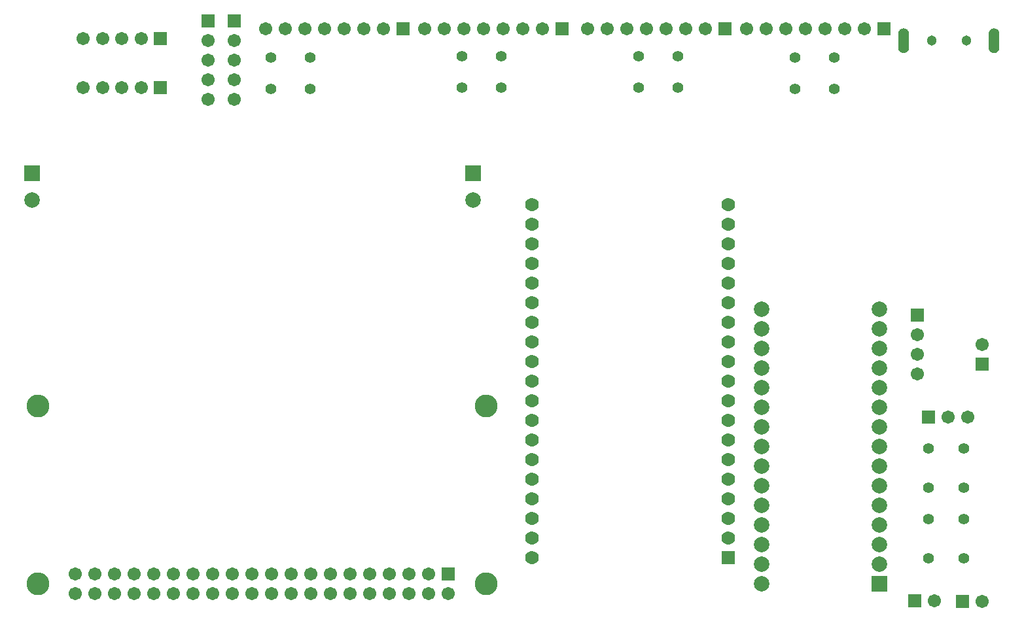
<source format=gbr>
%TF.GenerationSoftware,Altium Limited,Altium Designer,25.1.2 (22)*%
G04 Layer_Color=16711935*
%FSLAX45Y45*%
%MOMM*%
%TF.SameCoordinates,50AF8CB0-8788-4631-97D4-B92DF93AA5B5*%
%TF.FilePolarity,Negative*%
%TF.FileFunction,Soldermask,Bot*%
%TF.Part,Single*%
G01*
G75*
%TA.AperFunction,ComponentPad*%
%ADD64R,1.70320X1.70320*%
%ADD65C,1.70320*%
%ADD66C,1.40320*%
%ADD67R,1.70320X1.70320*%
%ADD68C,0.90320*%
%ADD69C,1.30320*%
%ADD70R,1.76320X1.76320*%
%ADD71C,1.76320*%
%ADD72C,2.00320*%
%ADD73R,2.00320X2.00320*%
%ADD74C,1.71120*%
%ADD75R,1.71120X1.71120*%
%ADD76C,2.95320*%
%ADD77R,2.00320X2.00320*%
G36*
X14244901Y12082900D02*
X14241299Y12083200D01*
X14237601Y12083700D01*
X14234000Y12084300D01*
X14230499Y12085200D01*
X14227000Y12086200D01*
X14223500Y12087400D01*
X14220100Y12088900D01*
X14216800Y12090400D01*
X14213600Y12092200D01*
X14210500Y12094100D01*
X14207500Y12096200D01*
X14204500Y12098400D01*
X14201801Y12100800D01*
X14199100Y12103300D01*
X14196600Y12106000D01*
X14194200Y12108700D01*
X14192000Y12111700D01*
X14189900Y12114700D01*
X14188000Y12117800D01*
X14186200Y12121000D01*
X14184700Y12124300D01*
X14183200Y12127700D01*
X14182001Y12131200D01*
X14181000Y12134700D01*
X14180099Y12138200D01*
X14179500Y12141800D01*
X14178999Y12145500D01*
X14178700Y12149100D01*
X14178600Y12152800D01*
Y12332800D01*
X14178700Y12336500D01*
X14178999Y12340100D01*
X14179500Y12343800D01*
X14180099Y12347400D01*
X14181000Y12350900D01*
X14182001Y12354400D01*
X14183200Y12357900D01*
X14184700Y12361300D01*
X14186200Y12364600D01*
X14188000Y12367800D01*
X14189900Y12370900D01*
X14192000Y12373900D01*
X14194200Y12376900D01*
X14196600Y12379600D01*
X14199100Y12382300D01*
X14201801Y12384800D01*
X14204500Y12387200D01*
X14207500Y12389400D01*
X14210500Y12391500D01*
X14213600Y12393400D01*
X14216800Y12395200D01*
X14220100Y12396700D01*
X14223500Y12398200D01*
X14227000Y12399400D01*
X14230499Y12400400D01*
X14234000Y12401300D01*
X14237601Y12401900D01*
X14241299Y12402400D01*
X14244901Y12402700D01*
X14248599Y12402800D01*
X14252299Y12402700D01*
X14255901Y12402400D01*
X14259599Y12401900D01*
X14263200Y12401300D01*
X14266701Y12400400D01*
X14270200Y12399400D01*
X14273700Y12398200D01*
X14277100Y12396700D01*
X14280400Y12395200D01*
X14283600Y12393400D01*
X14286700Y12391500D01*
X14289700Y12389400D01*
X14292700Y12387200D01*
X14295399Y12384800D01*
X14298100Y12382300D01*
X14300600Y12379600D01*
X14303000Y12376900D01*
X14305200Y12373900D01*
X14307300Y12370900D01*
X14309200Y12367800D01*
X14311000Y12364600D01*
X14312500Y12361300D01*
X14314000Y12357900D01*
X14315199Y12354400D01*
X14316200Y12350900D01*
X14317101Y12347400D01*
X14317700Y12343800D01*
X14318201Y12340100D01*
X14318500Y12336500D01*
X14318600Y12332800D01*
Y12152800D01*
X14318500Y12149100D01*
X14318201Y12145500D01*
X14317700Y12141800D01*
X14317101Y12138200D01*
X14316200Y12134700D01*
X14315199Y12131200D01*
X14314000Y12127700D01*
X14312500Y12124300D01*
X14311000Y12121000D01*
X14309200Y12117800D01*
X14307300Y12114700D01*
X14305200Y12111700D01*
X14303000Y12108700D01*
X14300600Y12106000D01*
X14298100Y12103300D01*
X14295399Y12100800D01*
X14292700Y12098400D01*
X14289700Y12096200D01*
X14286700Y12094100D01*
X14283600Y12092200D01*
X14280400Y12090400D01*
X14277100Y12088900D01*
X14273700Y12087400D01*
X14270200Y12086200D01*
X14266701Y12085200D01*
X14263200Y12084300D01*
X14259599Y12083700D01*
X14255901Y12083200D01*
X14252299Y12082900D01*
X14248599Y12082800D01*
X14244901Y12082900D01*
D02*
G37*
G36*
X15414900D02*
X15411301Y12083200D01*
X15407600Y12083700D01*
X15403999Y12084300D01*
X15400500Y12085200D01*
X15397000Y12086200D01*
X15393500Y12087400D01*
X15390100Y12088900D01*
X15386800Y12090400D01*
X15383600Y12092200D01*
X15380499Y12094100D01*
X15377499Y12096200D01*
X15374500Y12098400D01*
X15371800Y12100800D01*
X15369099Y12103300D01*
X15366600Y12106000D01*
X15364200Y12108700D01*
X15362000Y12111700D01*
X15359900Y12114700D01*
X15358000Y12117800D01*
X15356200Y12121000D01*
X15354700Y12124300D01*
X15353200Y12127700D01*
X15352000Y12131200D01*
X15350999Y12134700D01*
X15350101Y12138200D01*
X15349500Y12141800D01*
X15349001Y12145500D01*
X15348700Y12149100D01*
X15348599Y12152800D01*
Y12332800D01*
X15348700Y12336500D01*
X15349001Y12340100D01*
X15349500Y12343800D01*
X15350101Y12347400D01*
X15350999Y12350900D01*
X15352000Y12354400D01*
X15353200Y12357900D01*
X15354700Y12361300D01*
X15356200Y12364600D01*
X15358000Y12367800D01*
X15359900Y12370900D01*
X15362000Y12373900D01*
X15364200Y12376900D01*
X15366600Y12379600D01*
X15369099Y12382300D01*
X15371800Y12384800D01*
X15374500Y12387200D01*
X15377499Y12389400D01*
X15380499Y12391500D01*
X15383600Y12393400D01*
X15386800Y12395200D01*
X15390100Y12396700D01*
X15393500Y12398200D01*
X15397000Y12399400D01*
X15400500Y12400400D01*
X15403999Y12401300D01*
X15407600Y12401900D01*
X15411301Y12402400D01*
X15414900Y12402700D01*
X15418600Y12402800D01*
X15422301Y12402700D01*
X15425900Y12402400D01*
X15429601Y12401900D01*
X15433200Y12401300D01*
X15436700Y12400400D01*
X15440199Y12399400D01*
X15443700Y12398200D01*
X15447099Y12396700D01*
X15450400Y12395200D01*
X15453600Y12393400D01*
X15456700Y12391500D01*
X15459700Y12389400D01*
X15462700Y12387200D01*
X15465401Y12384800D01*
X15468100Y12382300D01*
X15470599Y12379600D01*
X15473000Y12376900D01*
X15475200Y12373900D01*
X15477299Y12370900D01*
X15479201Y12367800D01*
X15481000Y12364600D01*
X15482500Y12361300D01*
X15484000Y12357900D01*
X15485201Y12354400D01*
X15486200Y12350900D01*
X15487100Y12347400D01*
X15487700Y12343800D01*
X15488200Y12340100D01*
X15488499Y12336500D01*
X15488600Y12332800D01*
Y12152800D01*
X15488499Y12149100D01*
X15488200Y12145500D01*
X15487700Y12141800D01*
X15487100Y12138200D01*
X15486200Y12134700D01*
X15485201Y12131200D01*
X15484000Y12127700D01*
X15482500Y12124300D01*
X15481000Y12121000D01*
X15479201Y12117800D01*
X15477299Y12114700D01*
X15475200Y12111700D01*
X15473000Y12108700D01*
X15470599Y12106000D01*
X15468100Y12103300D01*
X15465401Y12100800D01*
X15462700Y12098400D01*
X15459700Y12096200D01*
X15456700Y12094100D01*
X15453600Y12092200D01*
X15450400Y12090400D01*
X15447099Y12088900D01*
X15443700Y12087400D01*
X15440199Y12086200D01*
X15436700Y12085200D01*
X15433200Y12084300D01*
X15429601Y12083700D01*
X15425900Y12083200D01*
X15422301Y12082900D01*
X15418600Y12082800D01*
X15414900Y12082900D01*
D02*
G37*
D64*
X15265401Y8051800D02*
D03*
X5588000Y12496800D02*
D03*
X5245100D02*
D03*
X14427200Y8686800D02*
D03*
D65*
X15265401Y8305800D02*
D03*
X5588000Y11480800D02*
D03*
Y11734800D02*
D03*
Y11988800D02*
D03*
Y12242800D02*
D03*
X5245100Y11480800D02*
D03*
Y11734800D02*
D03*
Y11988800D02*
D03*
Y12242800D02*
D03*
X14643100Y4991100D02*
D03*
X15265401Y4978400D02*
D03*
X13741400Y12395200D02*
D03*
X13487399D02*
D03*
X13233400D02*
D03*
X12979401D02*
D03*
X12725400D02*
D03*
X12471400D02*
D03*
X12217400D02*
D03*
X11684000D02*
D03*
X11430000D02*
D03*
X11176000D02*
D03*
X10922000D02*
D03*
X10668000D02*
D03*
X10414000D02*
D03*
X10160000D02*
D03*
X9575800D02*
D03*
X9321800D02*
D03*
X9067800D02*
D03*
X8813800D02*
D03*
X8559800D02*
D03*
X8305800D02*
D03*
X8051800D02*
D03*
X7518400D02*
D03*
X7264400D02*
D03*
X7010400D02*
D03*
X6756400D02*
D03*
X6502400D02*
D03*
X6248400D02*
D03*
X5994400D02*
D03*
X14820900Y7366000D02*
D03*
X15074899D02*
D03*
X14427200Y8432800D02*
D03*
Y8178800D02*
D03*
Y7924800D02*
D03*
D66*
X13347701Y12026900D02*
D03*
X12839700D02*
D03*
Y11620500D02*
D03*
X13347701D02*
D03*
X6057900Y12026900D02*
D03*
X6565900D02*
D03*
X6057900Y11620500D02*
D03*
X6565900D02*
D03*
X10820400Y12039600D02*
D03*
X11328400D02*
D03*
X10820400Y11633200D02*
D03*
X11328400D02*
D03*
X14566901Y5537200D02*
D03*
Y6045200D02*
D03*
Y6451600D02*
D03*
Y6959600D02*
D03*
X15024100Y5537200D02*
D03*
Y6045200D02*
D03*
Y6451600D02*
D03*
Y6959600D02*
D03*
X8534400Y12039600D02*
D03*
X9042400D02*
D03*
X8534400Y11633200D02*
D03*
X9042400D02*
D03*
D67*
X14389101Y4991100D02*
D03*
X15011400Y4978400D02*
D03*
X13995399Y12395200D02*
D03*
X11938000D02*
D03*
X9829800D02*
D03*
X7772400D02*
D03*
X14566901Y7366000D02*
D03*
D68*
X14248599Y12242800D02*
D03*
X15418600D02*
D03*
D69*
X14608600D02*
D03*
X15058600D02*
D03*
D70*
X11976100Y5549900D02*
D03*
D71*
Y5803900D02*
D03*
Y10121900D02*
D03*
Y6057900D02*
D03*
Y6311900D02*
D03*
Y6565900D02*
D03*
Y6819900D02*
D03*
Y7073900D02*
D03*
Y7327900D02*
D03*
Y7581900D02*
D03*
Y7835900D02*
D03*
Y8089900D02*
D03*
Y8343900D02*
D03*
Y8597900D02*
D03*
Y8851900D02*
D03*
Y9105900D02*
D03*
Y9359900D02*
D03*
Y9613900D02*
D03*
Y9867900D02*
D03*
X9436100Y5549900D02*
D03*
Y5803900D02*
D03*
Y6057900D02*
D03*
Y6311900D02*
D03*
Y6565900D02*
D03*
Y6819900D02*
D03*
Y7073900D02*
D03*
Y7327900D02*
D03*
Y7581900D02*
D03*
Y7835900D02*
D03*
Y8089900D02*
D03*
Y8343900D02*
D03*
Y8597900D02*
D03*
Y8851900D02*
D03*
Y9105900D02*
D03*
Y9359900D02*
D03*
Y9613900D02*
D03*
Y9867900D02*
D03*
Y10121900D02*
D03*
D72*
X12407900Y5207000D02*
D03*
Y5461000D02*
D03*
Y5715000D02*
D03*
Y5969000D02*
D03*
Y6223000D02*
D03*
Y6477000D02*
D03*
Y6731000D02*
D03*
Y6985000D02*
D03*
Y7239000D02*
D03*
Y7493000D02*
D03*
Y7747000D02*
D03*
Y8001000D02*
D03*
Y8255000D02*
D03*
Y8509000D02*
D03*
Y8763000D02*
D03*
X13931900D02*
D03*
Y8509000D02*
D03*
Y8255000D02*
D03*
Y8001000D02*
D03*
Y7747000D02*
D03*
Y7493000D02*
D03*
Y7239000D02*
D03*
Y6985000D02*
D03*
Y6731000D02*
D03*
Y6477000D02*
D03*
Y6223000D02*
D03*
Y5969000D02*
D03*
Y5715000D02*
D03*
Y5461000D02*
D03*
X8674100Y10178300D02*
D03*
X2971800D02*
D03*
D73*
X13931900Y5207000D02*
D03*
D74*
X4131500Y12266300D02*
D03*
X3881500D02*
D03*
X4381500D02*
D03*
X3631500D02*
D03*
X4131500Y11633200D02*
D03*
X3881500D02*
D03*
X4381500D02*
D03*
X3631500D02*
D03*
X3530600Y5085700D02*
D03*
Y5339700D02*
D03*
X3784600Y5085700D02*
D03*
Y5339700D02*
D03*
X4038600Y5085700D02*
D03*
Y5339700D02*
D03*
X4292600Y5085700D02*
D03*
Y5339700D02*
D03*
X4546600Y5085700D02*
D03*
Y5339700D02*
D03*
X4800600Y5085700D02*
D03*
Y5339700D02*
D03*
X5054600Y5085700D02*
D03*
Y5339700D02*
D03*
X5308600Y5085700D02*
D03*
Y5339700D02*
D03*
X5562600Y5085700D02*
D03*
Y5339700D02*
D03*
X5816600Y5085700D02*
D03*
Y5339700D02*
D03*
X6070600Y5085700D02*
D03*
Y5339700D02*
D03*
X6324600Y5085700D02*
D03*
Y5339700D02*
D03*
X6578600Y5085700D02*
D03*
Y5339700D02*
D03*
X6832600Y5085700D02*
D03*
Y5339700D02*
D03*
X7086600Y5085700D02*
D03*
Y5339700D02*
D03*
X7340600Y5085700D02*
D03*
Y5339700D02*
D03*
X7594600Y5085700D02*
D03*
Y5339700D02*
D03*
X7848600Y5085700D02*
D03*
Y5339700D02*
D03*
X8102600Y5085700D02*
D03*
Y5339700D02*
D03*
X8356600Y5085700D02*
D03*
D75*
X4631500Y12266300D02*
D03*
Y11633200D02*
D03*
X8356600Y5339700D02*
D03*
D76*
X3043600Y5212700D02*
D03*
Y7512700D02*
D03*
X8843600Y5212700D02*
D03*
Y7512700D02*
D03*
D77*
X8674100Y10528300D02*
D03*
X2971800D02*
D03*
%TF.MD5,6fbe6c4484fecfc7eab21871cffb5677*%
M02*

</source>
